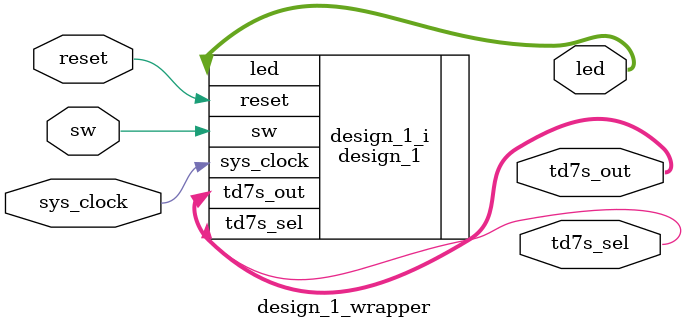
<source format=v>
`timescale 1 ps / 1 ps

module design_1_wrapper
   (led,
    reset,
    sw,
    sys_clock,
    td7s_out,
    td7s_sel);
  output [3:0]led;
  input reset;
  input [0:0]sw;
  input sys_clock;
  output [6:0]td7s_out;
  output td7s_sel;

  wire [3:0]led;
  wire reset;
  wire [0:0]sw;
  wire sys_clock;
  wire [6:0]td7s_out;
  wire td7s_sel;

  design_1 design_1_i
       (.led(led),
        .reset(reset),
        .sw(sw),
        .sys_clock(sys_clock),
        .td7s_out(td7s_out),
        .td7s_sel(td7s_sel));
endmodule

</source>
